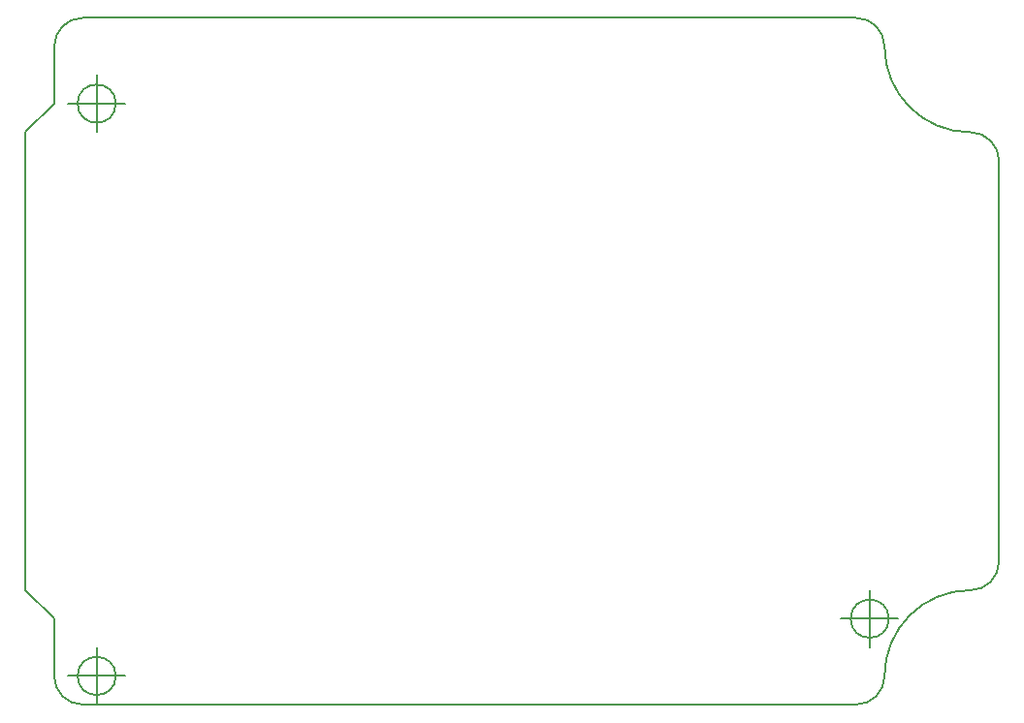
<source format=gm1>
G04 #@! TF.FileFunction,Profile,NP*
%FSLAX46Y46*%
G04 Gerber Fmt 4.6, Leading zero omitted, Abs format (unit mm)*
G04 Created by KiCad (PCBNEW 4.0.7) date 2018 June 07, Thursday 02:32:14*
%MOMM*%
%LPD*%
G01*
G04 APERTURE LIST*
%ADD10C,0.050000*%
%ADD11C,0.200000*%
%ADD12C,0.150000*%
G04 APERTURE END LIST*
D10*
D11*
X107876666Y-179995000D02*
G75*
G03X107876666Y-179995000I-1666666J0D01*
G01*
X103710000Y-179995000D02*
X108710000Y-179995000D01*
X106210000Y-177495000D02*
X106210000Y-182495000D01*
X40376666Y-134995000D02*
G75*
G03X40376666Y-134995000I-1666666J0D01*
G01*
X36210000Y-134995000D02*
X41210000Y-134995000D01*
X38710000Y-132495000D02*
X38710000Y-137495000D01*
X40376666Y-184995000D02*
G75*
G03X40376666Y-184995000I-1666666J0D01*
G01*
X36210000Y-184995000D02*
X41210000Y-184995000D01*
X38710000Y-182495000D02*
X38710000Y-187495000D01*
X35000000Y-135000000D02*
X32500000Y-137500000D01*
X35000000Y-180000000D02*
X35000000Y-185000000D01*
X32500000Y-177500000D02*
X35000000Y-180000000D01*
X115000000Y-177500000D02*
G75*
G03X117500000Y-175000000I0J2500000D01*
G01*
X105000000Y-187500000D02*
G75*
G03X107500000Y-185000000I0J2500000D01*
G01*
X117500000Y-140000000D02*
G75*
G03X115000000Y-137500000I-2500000J0D01*
G01*
X107500000Y-130000000D02*
G75*
G03X105000000Y-127500000I-2500000J0D01*
G01*
X32500000Y-177500000D02*
X32500000Y-137500000D01*
X37500000Y-127500000D02*
G75*
G03X35000000Y-130000000I0J-2500000D01*
G01*
X35000000Y-185000000D02*
G75*
G03X37500000Y-187500000I2500000J0D01*
G01*
D12*
X115000000Y-177500000D02*
G75*
G03X107500000Y-185000000I0J-7500000D01*
G01*
X107500000Y-130000000D02*
G75*
G03X115000000Y-137500000I7500000J0D01*
G01*
X35000000Y-130000000D02*
X35000000Y-135000000D01*
X105000000Y-127500000D02*
X37500000Y-127500000D01*
X117500000Y-175000000D02*
X117500000Y-140000000D01*
X37500000Y-187500000D02*
X105000000Y-187500000D01*
M02*

</source>
